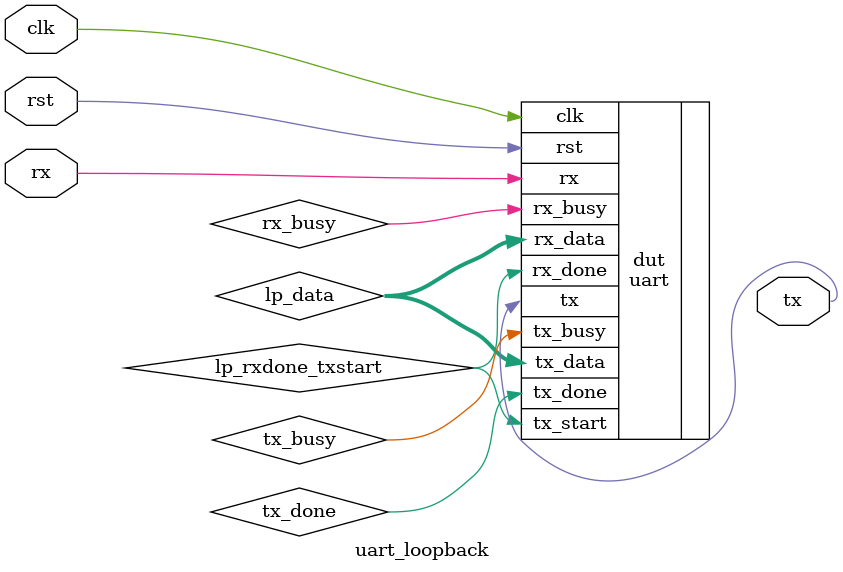
<source format=v>
module uart_loopback (
    input  clk,
    input  rst,
    input  rx,
    output tx
);


    wire lp_rxdone_txstart;
    wire [7:0] lp_data;
    uart dut (
        .clk     (clk),
        .rst     (rst),
        .tx_start(lp_rxdone_txstart),
        .rx      (rx),
        .tx      (tx),
        .tx_data (lp_data),
        .tx_busy (tx_busy),
        .tx_done (tx_done),
        .rx_data (lp_data),
        .rx_busy (rx_busy),
        .rx_done (lp_rxdone_txstart)
    );


endmodule

</source>
